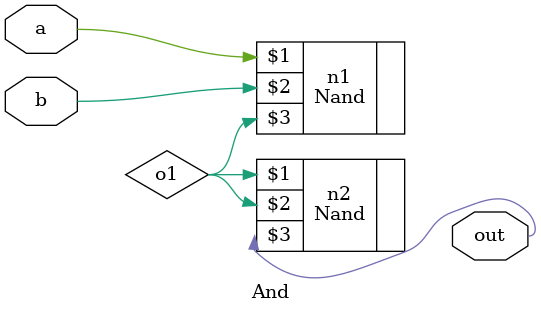
<source format=v>
`ifndef AND_V
`define AND_V

`include "nand.v"
module And(input a, b, output out);
    Nand n1(a, b, o1);
    Nand n2(o1, o1, out);
endmodule

`endif 
</source>
